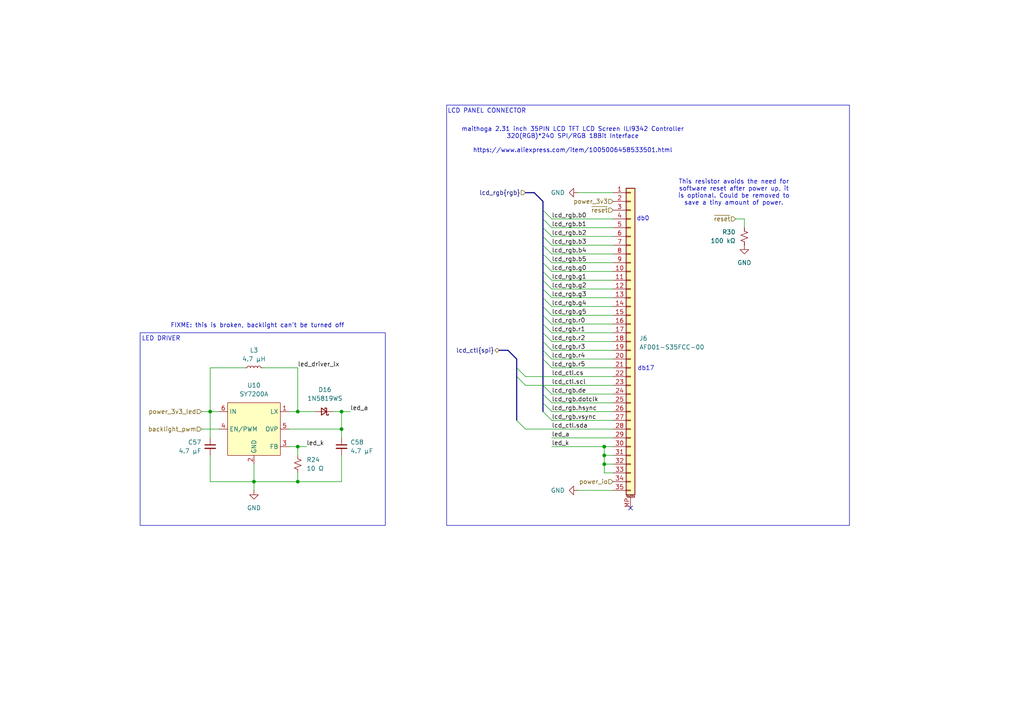
<source format=kicad_sch>
(kicad_sch (version 20250114) (generator "eeschema") (generator_version "9.0")
  (paper "A4")
  (title_block (title "LCD FPC connector & backlight driver") (date "2024-11-14") (rev "Rev1") (comment 1 "Author: Aidan MacDonald"))
  (lib_symbols
    (symbol "Connector_Generic_MountingPin:Conn_01x35_MountingPin" (pin_names (offset 1.016) (hide yes))
      (property "Reference" "J" (at 0 45.72 0))
      (property "Value" "Conn_01x35_MountingPin" (at 1.27 -45.72 0))
      (symbol "Conn_01x35_MountingPin_1_1"
        (rectangle (start -1.27 44.45) (end 1.27 -44.45) (stroke (width 0.254)) (fill (type background)))
        (rectangle (start -1.27 43.307) (end 0 43.053) (stroke (width 0.1524)))
        (rectangle (start -1.27 40.767) (end 0 40.513) (stroke (width 0.1524)))
        (rectangle (start -1.27 38.227) (end 0 37.973) (stroke (width 0.1524)))
        (rectangle (start -1.27 35.687) (end 0 35.433) (stroke (width 0.1524)))
        (rectangle (start -1.27 33.147) (end 0 32.893) (stroke (width 0.1524)))
        (rectangle (start -1.27 30.607) (end 0 30.353) (stroke (width 0.1524)))
        (rectangle (start -1.27 28.067) (end 0 27.813) (stroke (width 0.1524)))
        (rectangle (start -1.27 25.527) (end 0 25.273) (stroke (width 0.1524)))
        (rectangle (start -1.27 22.987) (end 0 22.733) (stroke (width 0.1524)))
        (rectangle (start -1.27 20.447) (end 0 20.193) (stroke (width 0.1524)))
        (rectangle (start -1.27 17.907) (end 0 17.653) (stroke (width 0.1524)))
        (rectangle (start -1.27 15.367) (end 0 15.113) (stroke (width 0.1524)))
        (rectangle (start -1.27 12.827) (end 0 12.573) (stroke (width 0.1524)))
        (rectangle (start -1.27 10.287) (end 0 10.033) (stroke (width 0.1524)))
        (rectangle (start -1.27 7.747) (end 0 7.493) (stroke (width 0.1524)))
        (rectangle (start -1.27 5.207) (end 0 4.953) (stroke (width 0.1524)))
        (rectangle (start -1.27 2.667) (end 0 2.413) (stroke (width 0.1524)))
        (rectangle (start -1.27 0.127) (end 0 -0.127) (stroke (width 0.1524)))
        (rectangle (start -1.27 -2.413) (end 0 -2.667) (stroke (width 0.1524)))
        (rectangle (start -1.27 -4.953) (end 0 -5.207) (stroke (width 0.1524)))
        (rectangle (start -1.27 -7.493) (end 0 -7.747) (stroke (width 0.1524)))
        (rectangle (start -1.27 -10.033) (end 0 -10.287) (stroke (width 0.1524)))
        (rectangle (start -1.27 -12.573) (end 0 -12.827) (stroke (width 0.1524)))
        (rectangle (start -1.27 -15.113) (end 0 -15.367) (stroke (width 0.1524)))
        (rectangle (start -1.27 -17.653) (end 0 -17.907) (stroke (width 0.1524)))
        (rectangle (start -1.27 -20.193) (end 0 -20.447) (stroke (width 0.1524)))
        (rectangle (start -1.27 -22.733) (end 0 -22.987) (stroke (width 0.1524)))
        (rectangle (start -1.27 -25.273) (end 0 -25.527) (stroke (width 0.1524)))
        (rectangle (start -1.27 -27.813) (end 0 -28.067) (stroke (width 0.1524)))
        (rectangle (start -1.27 -30.353) (end 0 -30.607) (stroke (width 0.1524)))
        (rectangle (start -1.27 -32.893) (end 0 -33.147) (stroke (width 0.1524)))
        (rectangle (start -1.27 -35.433) (end 0 -35.687) (stroke (width 0.1524)))
        (rectangle (start -1.27 -37.973) (end 0 -38.227) (stroke (width 0.1524)))
        (rectangle (start -1.27 -40.513) (end 0 -40.767) (stroke (width 0.1524)))
        (rectangle (start -1.27 -43.053) (end 0 -43.307) (stroke (width 0.1524)))
        (polyline (pts (xy -1.016 -45.212) (xy 1.016 -45.212)) (stroke (width 0.1524)))
        (text "Mounting" (at 0 -44.831 0) (effects (font (size 0.381 0.381))))
        (pin passive line (at -5.08 43.18 0) (length 3.81) (name "Pin_1") (number "1"))
        (pin passive line (at -5.08 40.64 0) (length 3.81) (name "Pin_2") (number "2"))
        (pin passive line (at -5.08 38.1 0) (length 3.81) (name "Pin_3") (number "3"))
        (pin passive line (at -5.08 35.56 0) (length 3.81) (name "Pin_4") (number "4"))
        (pin passive line (at -5.08 33.02 0) (length 3.81) (name "Pin_5") (number "5"))
        (pin passive line (at -5.08 30.48 0) (length 3.81) (name "Pin_6") (number "6"))
        (pin passive line (at -5.08 27.94 0) (length 3.81) (name "Pin_7") (number "7"))
        (pin passive line (at -5.08 25.4 0) (length 3.81) (name "Pin_8") (number "8"))
        (pin passive line (at -5.08 22.86 0) (length 3.81) (name "Pin_9") (number "9"))
        (pin passive line (at -5.08 20.32 0) (length 3.81) (name "Pin_10") (number "10"))
        (pin passive line (at -5.08 17.78 0) (length 3.81) (name "Pin_11") (number "11"))
        (pin passive line (at -5.08 15.24 0) (length 3.81) (name "Pin_12") (number "12"))
        (pin passive line (at -5.08 12.7 0) (length 3.81) (name "Pin_13") (number "13"))
        (pin passive line (at -5.08 10.16 0) (length 3.81) (name "Pin_14") (number "14"))
        (pin passive line (at -5.08 7.62 0) (length 3.81) (name "Pin_15") (number "15"))
        (pin passive line (at -5.08 5.08 0) (length 3.81) (name "Pin_16") (number "16"))
        (pin passive line (at -5.08 2.54 0) (length 3.81) (name "Pin_17") (number "17"))
        (pin passive line (at -5.08 0 0) (length 3.81) (name "Pin_18") (number "18"))
        (pin passive line (at -5.08 -2.54 0) (length 3.81) (name "Pin_19") (number "19"))
        (pin passive line (at -5.08 -5.08 0) (length 3.81) (name "Pin_20") (number "20"))
        (pin passive line (at -5.08 -7.62 0) (length 3.81) (name "Pin_21") (number "21"))
        (pin passive line (at -5.08 -10.16 0) (length 3.81) (name "Pin_22") (number "22"))
        (pin passive line (at -5.08 -12.7 0) (length 3.81) (name "Pin_23") (number "23"))
        (pin passive line (at -5.08 -15.24 0) (length 3.81) (name "Pin_24") (number "24"))
        (pin passive line (at -5.08 -17.78 0) (length 3.81) (name "Pin_25") (number "25"))
        (pin passive line (at -5.08 -20.32 0) (length 3.81) (name "Pin_26") (number "26"))
        (pin passive line (at -5.08 -22.86 0) (length 3.81) (name "Pin_27") (number "27"))
        (pin passive line (at -5.08 -25.4 0) (length 3.81) (name "Pin_28") (number "28"))
        (pin passive line (at -5.08 -27.94 0) (length 3.81) (name "Pin_29") (number "29"))
        (pin passive line (at -5.08 -30.48 0) (length 3.81) (name "Pin_30") (number "30"))
        (pin passive line (at -5.08 -33.02 0) (length 3.81) (name "Pin_31") (number "31"))
        (pin passive line (at -5.08 -35.56 0) (length 3.81) (name "Pin_32") (number "32"))
        (pin passive line (at -5.08 -38.1 0) (length 3.81) (name "Pin_33") (number "33"))
        (pin passive line (at -5.08 -40.64 0) (length 3.81) (name "Pin_34") (number "34"))
        (pin passive line (at -5.08 -43.18 0) (length 3.81) (name "Pin_35") (number "35"))
        (pin passive line (at 0 -48.26 90) (length 3.048) (name "MountPin") (number "MP"))
      )
    )
    (symbol "Device:C_Small" (pin_numbers (hide yes)) (pin_names (offset 0.254) (hide yes))
      (property "Reference" "C" (at 0.254 1.778 0))
      (property "Value" "C_Small" (at 0.254 -2.032 0))
      (symbol "C_Small_0_1"
        (polyline (pts (xy -1.524 0.508) (xy 1.524 0.508)) (stroke (width 0.3048)))
        (polyline (pts (xy -1.524 -0.508) (xy 1.524 -0.508)) (stroke (width 0.3302)))
      )
      (symbol "C_Small_1_1"
        (pin passive line (at 0 2.54 270) (length 2.032) (name "~") (number "1"))
        (pin passive line (at 0 -2.54 90) (length 2.032) (name "~") (number "2"))
      )
    )
    (symbol "Device:D_Schottky_Small" (pin_numbers (hide yes)) (pin_names (offset 0.254) (hide yes))
      (property "Reference" "D" (at -1.27 2.032 0))
      (property "Value" "D_Schottky_Small" (at -7.112 -2.032 0))
      (symbol "D_Schottky_Small_0_1"
        (polyline (pts (xy -1.27 0.762) (xy -1.27 1.016) (xy -0.762 1.016) (xy -0.762 -1.016) (xy -0.254 -1.016) (xy -0.254 -0.762)) (stroke (width 0.254)))
        (polyline (pts (xy -0.762 0) (xy 0.762 0)))
        (polyline (pts (xy 0.762 -1.016) (xy -0.762 0) (xy 0.762 1.016) (xy 0.762 -1.016)) (stroke (width 0.254)))
      )
      (symbol "D_Schottky_Small_1_1"
        (pin passive line (at -2.54 0 0) (length 1.778) (name "K") (number "1"))
        (pin passive line (at 2.54 0 180) (length 1.778) (name "A") (number "2"))
      )
    )
    (symbol "Device:L_Small" (pin_numbers (hide yes)) (pin_names (offset 0.254) (hide yes))
      (property "Reference" "L" (at 0.762 1.016 0))
      (property "Value" "L_Small" (at 0.762 -1.016 0))
      (symbol "L_Small_0_1"
        (arc (start 0 2.032) (mid 0.5058 1.524) (end 0 1.016))
        (arc (start 0 1.016) (mid 0.5058 0.508) (end 0 0))
        (arc (start 0 0) (mid 0.5058 -0.508) (end 0 -1.016))
        (arc (start 0 -1.016) (mid 0.5058 -1.524) (end 0 -2.032))
      )
      (symbol "L_Small_1_1"
        (pin passive line (at 0 2.54 270) (length 0.508) (name "~") (number "1"))
        (pin passive line (at 0 -2.54 90) (length 0.508) (name "~") (number "2"))
      )
    )
    (symbol "Device:R_Small_US" (pin_numbers (hide yes)) (pin_names (offset 0.254) (hide yes))
      (property "Reference" "R" (at 0.762 0.508 0))
      (property "Value" "R_Small_US" (at 0.762 -1.016 0))
      (symbol "R_Small_US_1_1"
        (polyline (pts (xy 0 1.524) (xy 1.016 1.143) (xy 0 0.762) (xy -1.016 0.381) (xy 0 0)))
        (polyline (pts (xy 0 0) (xy 1.016 -0.381) (xy 0 -0.762) (xy -1.016 -1.143) (xy 0 -1.524)))
        (pin passive line (at 0 2.54 270) (length 1.016) (name "~") (number "1"))
        (pin passive line (at 0 -2.54 90) (length 1.016) (name "~") (number "2"))
      )
    )
    (symbol "echoplayer:SY7200A"
      (property "Reference" "U" (at 0 10.668 0))
      (property "Value" "SY7200A" (at 0 8.89 0))
      (symbol "SY7200A_1_1"
        (rectangle (start -7.62 7.62) (end 7.62 -7.62) (fill (type background)))
        (pin power_in line (at -10.16 5.08 0) (length 2.54) (name "IN") (number "6"))
        (pin input line (at -10.16 0 0) (length 2.54) (name "EN/PWM") (number "4"))
        (pin power_in line (at 0 -10.16 90) (length 2.54) (name "GND") (number "2"))
        (pin power_out line (at 10.16 5.08 180) (length 2.54) (name "LX") (number "1"))
        (pin power_out line (at 10.16 0 180) (length 2.54) (name "OVP") (number "5"))
        (pin input line (at 10.16 -5.08 180) (length 2.54) (name "FB") (number "3"))
      )
    )
    (symbol "power:GND" (power) (pin_numbers (hide yes)) (pin_names (offset 0) (hide yes))
      (property "Value" "GND" (at 0 -3.81 0))
      (symbol "GND_0_1"
        (polyline (pts (xy 0 0) (xy 0 -1.27) (xy 1.27 -1.27) (xy 0 -2.54) (xy -1.27 -1.27) (xy 0 -1.27)))
      )
      (symbol "GND_1_1"
        (pin power_in line (at 0 0 270) (length 0) (name "~") (number "1"))
      )
    )
  )
  (rectangle (start 129.54 30.48) (end 246.38 152.4))
  (rectangle (start 40.64 96.52) (end 111.76 152.4))
  (text "LCD PANEL CONNECTOR" (at 129.794 32.258 0) (effects (font (size 1.27 1.27)) (justify left)))
  (text "LED DRIVER" (at 46.736 98.298 0) (effects (font (size 1.27 1.27))))
  (text "maithoga 2.31 inch 35PIN LCD TFT LCD Screen ILI9342 Controller\n320(RGB)*240 SPI/RGB 18Bit Interface\n\nhttps://www.aliexpress.com/item/1005006458533501.html" (at 166.116 40.64 0) (effects (font (size 1.27 1.27))))
  (text "db0" (at 184.658 62.738 0) (effects (font (size 1.27 1.27)) (justify left top)))
  (text "This resistor avoids the need for\nsoftware reset after power up, it\nis optional. Could be removed to\nsave a tiny amount of power." (at 212.852 55.88 0) (effects (font (size 1.27 1.27))))
  (text "FIXME: this is broken, backlight can't be turned off" (at 74.676 94.488 0) (effects (font (size 1.27 1.27) (thickness 0.1588))))
  (text "db17" (at 184.912 106.172 0) (effects (font (size 1.27 1.27)) (justify left top)))
  (junction (at 175.26 134.62))
  (junction (at 60.96 119.38))
  (junction (at 99.06 124.46))
  (junction (at 86.36 129.54))
  (junction (at 99.06 119.38))
  (junction (at 73.66 139.7))
  (junction (at 175.26 129.54))
  (junction (at 86.36 139.7))
  (junction (at 175.26 132.08))
  (junction (at 86.36 119.38))
  (no_connect (at 182.88 147.32))
  (bus_entry (at 157.48 99.06) (size 2.54 2.54))
  (bus_entry (at 157.48 93.98) (size 2.54 2.54))
  (bus_entry (at 157.48 71.12) (size 2.54 2.54))
  (bus_entry (at 149.86 109.22) (size 2.54 2.54))
  (bus_entry (at 157.48 73.66) (size 2.54 2.54))
  (bus_entry (at 157.48 96.52) (size 2.54 2.54))
  (bus_entry (at 157.48 76.2) (size 2.54 2.54))
  (bus_entry (at 157.48 60.96) (size 2.54 2.54))
  (bus_entry (at 149.86 121.92) (size 2.54 2.54))
  (bus_entry (at 157.48 111.76) (size 2.54 2.54))
  (bus_entry (at 157.48 104.14) (size 2.54 2.54))
  (bus_entry (at 157.48 91.44) (size 2.54 2.54))
  (bus_entry (at 157.48 119.38) (size 2.54 2.54))
  (bus_entry (at 157.48 78.74) (size 2.54 2.54))
  (bus_entry (at 157.48 66.04) (size 2.54 2.54))
  (bus_entry (at 157.48 88.9) (size 2.54 2.54))
  (bus_entry (at 157.48 63.5) (size 2.54 2.54))
  (bus_entry (at 157.48 116.84) (size 2.54 2.54))
  (bus_entry (at 157.48 101.6) (size 2.54 2.54))
  (bus_entry (at 157.48 114.3) (size 2.54 2.54))
  (bus_entry (at 157.48 86.36) (size 2.54 2.54))
  (bus_entry (at 157.48 83.82) (size 2.54 2.54))
  (bus_entry (at 157.48 68.58) (size 2.54 2.54))
  (bus_entry (at 149.86 106.68) (size 2.54 2.54))
  (bus_entry (at 157.48 81.28) (size 2.54 2.54))
  (bus (pts (xy 157.48 91.44) (xy 157.48 93.98)))
  (wire (pts (xy 160.02 121.92) (xy 177.8 121.92)))
  (bus (pts (xy 157.48 60.96) (xy 157.48 63.5)))
  (wire (pts (xy 99.06 119.38) (xy 99.06 124.46)))
  (bus (pts (xy 157.48 88.9) (xy 157.48 91.44)))
  (bus (pts (xy 147.32 101.6) (xy 149.86 104.14)))
  (wire (pts (xy 160.02 106.68) (xy 177.8 106.68)))
  (wire (pts (xy 58.42 119.38) (xy 60.96 119.38)))
  (wire (pts (xy 60.96 119.38) (xy 63.5 119.38)))
  (bus (pts (xy 157.48 68.58) (xy 157.48 71.12)))
  (wire (pts (xy 96.52 119.38) (xy 99.06 119.38)))
  (wire (pts (xy 60.96 132.08) (xy 60.96 139.7)))
  (wire (pts (xy 83.82 129.54) (xy 86.36 129.54)))
  (wire (pts (xy 86.36 119.38) (xy 91.44 119.38)))
  (wire (pts (xy 160.02 66.04) (xy 177.8 66.04)))
  (bus (pts (xy 149.86 106.68) (xy 149.86 109.22)))
  (wire (pts (xy 99.06 132.08) (xy 99.06 139.7)))
  (wire (pts (xy 213.36 63.5) (xy 215.9 63.5)))
  (wire (pts (xy 99.06 124.46) (xy 99.06 127)))
  (wire (pts (xy 160.02 127) (xy 177.8 127)))
  (wire (pts (xy 177.8 134.62) (xy 175.26 134.62)))
  (wire (pts (xy 160.02 129.54) (xy 175.26 129.54)))
  (wire (pts (xy 177.8 132.08) (xy 175.26 132.08)))
  (wire (pts (xy 160.02 71.12) (xy 177.8 71.12)))
  (wire (pts (xy 76.2 106.68) (xy 86.36 106.68)))
  (wire (pts (xy 157.48 111.76) (xy 177.8 111.76)))
  (wire (pts (xy 73.66 139.7) (xy 86.36 139.7)))
  (bus (pts (xy 149.86 109.22) (xy 149.86 121.92)))
  (wire (pts (xy 160.02 68.58) (xy 177.8 68.58)))
  (wire (pts (xy 160.02 91.44) (xy 177.8 91.44)))
  (bus (pts (xy 152.4 55.88) (xy 154.94 55.88)))
  (wire (pts (xy 86.36 137.16) (xy 86.36 139.7)))
  (wire (pts (xy 160.02 104.14) (xy 177.8 104.14)))
  (bus (pts (xy 157.48 73.66) (xy 157.48 76.2)))
  (bus (pts (xy 157.48 83.82) (xy 157.48 86.36)))
  (bus (pts (xy 157.48 116.84) (xy 157.48 119.38)))
  (bus (pts (xy 157.48 66.04) (xy 157.48 68.58)))
  (wire (pts (xy 152.4 111.76) (xy 157.48 111.76)))
  (bus (pts (xy 157.48 104.14) (xy 157.48 111.76)))
  (wire (pts (xy 160.02 76.2) (xy 177.8 76.2)))
  (bus (pts (xy 157.48 81.28) (xy 157.48 83.82)))
  (wire (pts (xy 60.96 106.68) (xy 71.12 106.68)))
  (bus (pts (xy 157.48 114.3) (xy 157.48 116.84)))
  (wire (pts (xy 160.02 83.82) (xy 177.8 83.82)))
  (wire (pts (xy 60.96 139.7) (xy 73.66 139.7)))
  (wire (pts (xy 160.02 93.98) (xy 177.8 93.98)))
  (bus (pts (xy 157.48 60.96) (xy 157.48 58.42)))
  (wire (pts (xy 160.02 116.84) (xy 177.8 116.84)))
  (wire (pts (xy 160.02 73.66) (xy 177.8 73.66)))
  (bus (pts (xy 149.86 104.14) (xy 149.86 106.68)))
  (bus (pts (xy 157.48 63.5) (xy 157.48 66.04)))
  (wire (pts (xy 160.02 88.9) (xy 177.8 88.9)))
  (bus (pts (xy 157.48 101.6) (xy 157.48 104.14)))
  (wire (pts (xy 175.26 132.08) (xy 175.26 129.54)))
  (bus (pts (xy 157.48 111.76) (xy 157.48 114.3)))
  (wire (pts (xy 86.36 129.54) (xy 88.9 129.54)))
  (wire (pts (xy 152.4 109.22) (xy 177.8 109.22)))
  (wire (pts (xy 73.66 134.62) (xy 73.66 139.7)))
  (wire (pts (xy 160.02 96.52) (xy 177.8 96.52)))
  (wire (pts (xy 215.9 63.5) (xy 215.9 66.04)))
  (wire (pts (xy 86.36 129.54) (xy 86.36 132.08)))
  (wire (pts (xy 86.36 139.7) (xy 99.06 139.7)))
  (bus (pts (xy 157.48 99.06) (xy 157.48 101.6)))
  (wire (pts (xy 175.26 134.62) (xy 175.26 132.08)))
  (wire (pts (xy 160.02 81.28) (xy 177.8 81.28)))
  (bus (pts (xy 144.78 101.6) (xy 147.32 101.6)))
  (wire (pts (xy 83.82 119.38) (xy 86.36 119.38)))
  (wire (pts (xy 160.02 63.5) (xy 177.8 63.5)))
  (wire (pts (xy 175.26 137.16) (xy 175.26 134.62)))
  (wire (pts (xy 160.02 119.38) (xy 177.8 119.38)))
  (bus (pts (xy 154.94 55.88) (xy 157.48 58.42)))
  (wire (pts (xy 101.6 119.38) (xy 99.06 119.38)))
  (wire (pts (xy 60.96 106.68) (xy 60.96 119.38)))
  (wire (pts (xy 160.02 114.3) (xy 177.8 114.3)))
  (wire (pts (xy 160.02 101.6) (xy 177.8 101.6)))
  (wire (pts (xy 160.02 99.06) (xy 177.8 99.06)))
  (wire (pts (xy 167.64 142.24) (xy 177.8 142.24)))
  (bus (pts (xy 157.48 96.52) (xy 157.48 99.06)))
  (wire (pts (xy 60.96 119.38) (xy 60.96 127)))
  (bus (pts (xy 157.48 93.98) (xy 157.48 96.52)))
  (wire (pts (xy 160.02 86.36) (xy 177.8 86.36)))
  (bus (pts (xy 157.48 86.36) (xy 157.48 88.9)))
  (wire (pts (xy 73.66 142.24) (xy 73.66 139.7)))
  (wire (pts (xy 160.02 78.74) (xy 177.8 78.74)))
  (wire (pts (xy 58.42 124.46) (xy 63.5 124.46)))
  (wire (pts (xy 86.36 106.68) (xy 86.36 119.38)))
  (bus (pts (xy 157.48 76.2) (xy 157.48 78.74)))
  (wire (pts (xy 177.8 137.16) (xy 175.26 137.16)))
  (wire (pts (xy 83.82 124.46) (xy 99.06 124.46)))
  (bus (pts (xy 157.48 78.74) (xy 157.48 81.28)))
  (bus (pts (xy 157.48 71.12) (xy 157.48 73.66)))
  (wire (pts (xy 167.64 55.88) (xy 177.8 55.88)))
  (wire (pts (xy 152.4 124.46) (xy 177.8 124.46)))
  (wire (pts (xy 175.26 129.54) (xy 177.8 129.54)))
  (label "lcd_ctl.scl" (at 160.02 111.76 0))
  (label "lcd_rgb.dotclk" (at 160.02 116.84 0))
  (label "led_a" (at 160.02 127 0))
  (label "lcd_rgb.r5" (at 160.02 106.68 0))
  (label "lcd_ctl.sda" (at 160.02 124.46 0))
  (label "lcd_rgb.g5" (at 160.02 91.44 0))
  (label "lcd_rgb.g0" (at 160.02 78.74 0))
  (label "lcd_rgb.g1" (at 160.02 81.28 0))
  (label "led_driver_lx" (at 86.36 106.68 0))
  (label "lcd_rgb.b5" (at 160.02 76.2 0))
  (label "led_a" (at 101.6 119.38 0))
  (label "lcd_rgb.b2" (at 160.02 68.58 0))
  (label "lcd_rgb.vsync" (at 160.02 121.92 0))
  (label "led_k" (at 160.02 129.54 0))
  (label "lcd_rgb.r0" (at 160.02 93.98 0))
  (label "lcd_rgb.g2" (at 160.02 83.82 0))
  (label "lcd_rgb.b3" (at 160.02 71.12 0))
  (label "lcd_ctl.cs" (at 160.02 109.22 0))
  (label "lcd_rgb.hsync" (at 160.02 119.38 0))
  (label "lcd_rgb.g3" (at 160.02 86.36 0))
  (label "lcd_rgb.b4" (at 160.02 73.66 0))
  (label "lcd_rgb.b0" (at 160.02 63.5 0))
  (label "lcd_rgb.r3" (at 160.02 101.6 0))
  (label "lcd_rgb.r4" (at 160.02 104.14 0))
  (label "lcd_rgb.r2" (at 160.02 99.06 0))
  (label "lcd_rgb.r1" (at 160.02 96.52 0))
  (label "led_k" (at 88.9 129.54 0))
  (label "lcd_rgb.g4" (at 160.02 88.9 0))
  (label "lcd_rgb.de" (at 160.02 114.3 0))
  (label "lcd_rgb.b1" (at 160.02 66.04 0))
  (hierarchical_label "power_io" (shape input) (at 177.8 139.7 180))
  (hierarchical_label "~{reset}" (shape input) (at 177.8 60.96 180))
  (hierarchical_label "power_3v3_led" (shape input) (at 58.42 119.38 180))
  (hierarchical_label "backlight_pwm" (shape input) (at 58.42 124.46 180))
  (hierarchical_label "power_3v3" (shape input) (at 177.8 58.42 180))
  (hierarchical_label "lcd_ctl{spi}" (shape bidirectional) (at 144.78 101.6 180))
  (hierarchical_label "lcd_rgb{rgb}" (shape input) (at 152.4 55.88 180))
  (hierarchical_label "~{reset}" (shape input) (at 213.36 63.5 180))
  (symbol (lib_id "Device:R_Small_US") (at 86.36 134.62 0) (unit 1)
    (property "Reference" "R24" (at 88.9 133.3499 0) (effects (justify left)))
    (property "Value" "10 Ω" (at 88.9 135.8899 0) (effects (justify left)))
    (property "Footprint" "Resistor_SMD:R_0402_1005Metric" (effects (hide yes)))
    (property "Description" "Resistor, small US symbol" (effects (hide yes)))
    (property "LCSC#" "C25077" (effects (hide yes)))
  )
  (symbol (lib_id "power:GND") (at 215.9 71.12 0) (unit 1)
    (property "Reference" "#PWR059" (effects (hide yes)))
    (property "Value" "GND" (at 215.9 76.2 0))
    (property "Description" "Power symbol creates a global label with name \"GND\" , ground" (effects (hide yes)))
  )
  (symbol (lib_id "Device:C_Small") (at 60.96 129.54 0) (unit 1)
    (property "Reference" "C57" (at 58.42 128.2762 0) (effects (justify right)))
    (property "Value" "4.7 µF" (at 58.42 130.8162 0) (effects (justify right)))
    (property "Footprint" "Capacitor_SMD:C_0603_1608Metric" (effects (hide yes)))
    (property "Description" "Unpolarized capacitor, small symbol" (effects (hide yes)))
    (property "LCSC#" "C69335" (effects (hide yes)))
  )
  (symbol (lib_id "Connector_Generic_MountingPin:Conn_01x35_MountingPin") (at 182.88 99.06 0) (unit 1)
    (property "Reference" "J6" (at 185.42 98.1455 0) (effects (justify left)))
    (property "Value" "AFD01-S35FCC-00" (at 185.42 100.6855 0) (effects (justify left)))
    (property "Footprint" "echoplayer:Conn_Jushuo_AFD01-S35FCC-00_RTL" (effects (hide yes)))
    (property "Datasheet" "https://www.lcsc.com/datasheet/lcsc_datasheet_2309211648_JUSHUO-AFD01-S35FCC-00_C18198555.pdf" (effects (hide yes)))
    (property "Description" "Generic connectable mounting pin connector, single row, 01x35, script generated (kicad-library-utils/schlib/autogen/connector/)" (effects (hide yes)))
    (property "LCSC#" "C18198555" (effects (hide yes)))
  )
  (symbol (lib_id "power:GND") (at 167.64 142.24 270) (unit 1)
    (property "Reference" "#PWR055" (effects (hide yes)))
    (property "Value" "GND" (at 163.83 142.2399 90) (effects (justify right)))
    (property "Description" "Power symbol creates a global label with name \"GND\" , ground" (effects (hide yes)))
  )
  (symbol (lib_id "power:GND") (at 73.66 142.24 0) (unit 1)
    (property "Reference" "#PWR052" (effects (hide yes)))
    (property "Value" "GND" (at 73.66 147.32 0))
    (property "Description" "Power symbol creates a global label with name \"GND\" , ground" (effects (hide yes)))
  )
  (symbol (lib_id "Device:D_Schottky_Small") (at 93.98 119.38 180) (unit 1)
    (property "Reference" "D16" (at 94.234 113.03 0))
    (property "Value" "1N5819WS" (at 94.234 115.57 0))
    (property "Footprint" "Diode_SMD:D_SOD-323" (effects (hide yes)))
    (property "Description" "Schottky diode, small symbol" (effects (hide yes)))
    (property "Sim.Device" "D" (effects (hide yes)))
    (property "Sim.Pins" "1=K 2=A" (effects (hide yes)))
    (property "LCSC#" "C191023" (effects (hide yes)))
  )
  (symbol (lib_id "Device:C_Small") (at 99.06 129.54 0) (mirror y) (unit 1)
    (property "Reference" "C58" (at 101.6 128.2762 0) (effects (justify right)))
    (property "Value" "4.7 µF" (at 101.6 130.8162 0) (effects (justify right)))
    (property "Footprint" "Capacitor_SMD:C_0603_1608Metric" (effects (hide yes)))
    (property "Description" "Unpolarized capacitor, small symbol" (effects (hide yes)))
    (property "LCSC#" "C69335" (effects (hide yes)))
  )
  (symbol (lib_id "Device:L_Small") (at 73.66 106.68 90) (unit 1)
    (property "Reference" "L3" (at 73.66 101.6 90))
    (property "Value" "4.7 µH" (at 73.66 104.14 90))
    (property "Footprint" "echoplayer:L_0806_2016Metric" (effects (hide yes)))
    (property "Datasheet" "https://www.lcsc.com/datasheet/lcsc_datasheet_2304140030_Murata-Electronics-LQM2MPN4R7MG0L_C86094.pdf" (effects (hide yes)))
    (property "Description" "Inductor, small symbol" (effects (hide yes)))
    (property "LCSC#" "C86094" (effects (hide yes)))
  )
  (symbol (lib_id "Device:R_Small_US") (at 215.9 68.58 0) (unit 1)
    (property "Reference" "R30" (at 213.36 67.3099 0) (effects (justify right)))
    (property "Value" "100 kΩ" (at 213.36 69.8499 0) (effects (justify right)))
    (property "Footprint" "Resistor_SMD:R_0402_1005Metric" (effects (hide yes)))
    (property "Description" "Resistor, small US symbol" (effects (hide yes)))
    (property "LCSC#" "C60491" (effects (hide yes)))
  )
  (symbol (lib_id "echoplayer:SY7200A") (at 73.66 124.46 0) (unit 1)
    (property "Reference" "U10" (at 73.66 111.76 0))
    (property "Value" "SY7200A" (at 73.66 114.3 0))
    (property "Footprint" "Package_TO_SOT_SMD:SOT-23-6" (effects (hide yes)))
    (property "Datasheet" "https://www.lcsc.com/datasheet/lcsc_datasheet_1810311211_Silergy-Corp-SY7200AABC_C107309.pdf" (effects (hide yes)))
    (property "Description" "White LED step-up converter" (effects (hide yes)))
    (property "LCSC#" "C107309" (effects (hide yes)))
  )
  (symbol (lib_id "power:GND") (at 167.64 55.88 270) (unit 1)
    (property "Reference" "#PWR054" (effects (hide yes)))
    (property "Value" "GND" (at 163.83 55.8799 90) (effects (justify right)))
    (property "Description" "Power symbol creates a global label with name \"GND\" , ground" (effects (hide yes)))
  )
)
</source>
